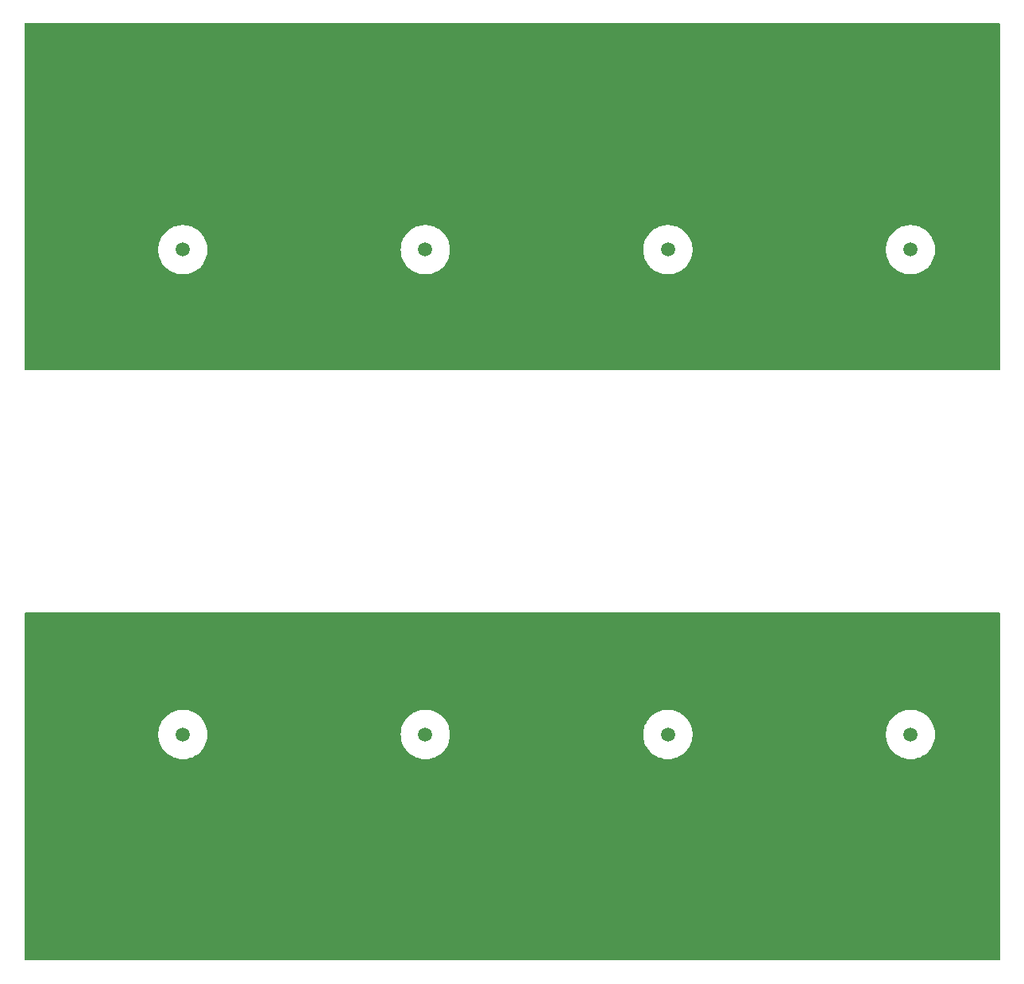
<source format=gbl>
G04 Layer: BottomLayer*
G04 EasyEDA v6.5.48, 2025-04-04 20:19:38*
G04 5d643108938d4fa08da35c650146ece2,1325da5ee82d4c18a3c5ed8750efaddb,10*
G04 Gerber Generator version 0.2*
G04 Scale: 100 percent, Rotated: No, Reflected: No *
G04 Dimensions in millimeters *
G04 leading zeros omitted , absolute positions ,4 integer and 5 decimal *
%FSLAX45Y45*%
%MOMM*%

%ADD10C,1.5000*%

%LPD*%
G36*
X10668Y-3700779D02*
G01*
X6756Y-3700018D01*
X3505Y-3697833D01*
X1270Y-3694531D01*
X508Y-3690620D01*
X508Y-10668D01*
X1270Y-6756D01*
X3505Y-3505D01*
X6756Y-1270D01*
X10668Y-508D01*
X10384891Y-508D01*
X10388803Y-1270D01*
X10392105Y-3505D01*
X10396474Y-7873D01*
X10398709Y-11176D01*
X10399471Y-15087D01*
X10399471Y-3690620D01*
X10398709Y-3694531D01*
X10396474Y-3697833D01*
X10393222Y-3700018D01*
X10389311Y-3700779D01*
G37*

%LPC*%
G36*
X9433153Y-2678074D02*
G01*
X9455454Y-2678074D01*
X9477654Y-2676144D01*
X9499600Y-2672384D01*
X9521190Y-2666796D01*
X9542221Y-2659329D01*
X9562541Y-2650134D01*
X9581997Y-2639263D01*
X9600488Y-2626817D01*
X9617811Y-2612796D01*
X9633915Y-2597353D01*
X9648647Y-2580640D01*
X9661906Y-2562707D01*
X9673590Y-2543708D01*
X9683648Y-2523794D01*
X9691979Y-2503119D01*
X9698482Y-2481783D01*
X9703206Y-2459990D01*
X9706000Y-2437892D01*
X9706965Y-2415590D01*
X9706000Y-2393340D01*
X9703206Y-2371191D01*
X9698482Y-2349398D01*
X9691979Y-2328062D01*
X9683648Y-2307386D01*
X9673590Y-2287473D01*
X9661906Y-2268474D01*
X9648647Y-2250592D01*
X9633915Y-2233828D01*
X9617811Y-2218385D01*
X9600488Y-2204415D01*
X9581997Y-2191918D01*
X9562541Y-2181047D01*
X9542221Y-2171852D01*
X9521190Y-2164435D01*
X9499600Y-2158796D01*
X9477654Y-2155037D01*
X9455454Y-2153158D01*
X9433153Y-2153158D01*
X9410903Y-2155037D01*
X9388957Y-2158796D01*
X9367367Y-2164435D01*
X9346336Y-2171852D01*
X9326016Y-2181047D01*
X9306560Y-2191918D01*
X9288068Y-2204415D01*
X9270746Y-2218385D01*
X9254642Y-2233828D01*
X9239910Y-2250592D01*
X9226651Y-2268474D01*
X9214967Y-2287473D01*
X9204909Y-2307386D01*
X9196578Y-2328062D01*
X9190075Y-2349398D01*
X9185351Y-2371191D01*
X9182557Y-2393340D01*
X9181592Y-2415590D01*
X9182557Y-2437892D01*
X9185351Y-2459990D01*
X9190075Y-2481783D01*
X9196578Y-2503119D01*
X9204909Y-2523794D01*
X9214967Y-2543708D01*
X9226651Y-2562707D01*
X9239910Y-2580640D01*
X9254642Y-2597353D01*
X9270746Y-2612796D01*
X9288068Y-2626817D01*
X9306560Y-2639263D01*
X9326016Y-2650134D01*
X9346336Y-2659329D01*
X9367367Y-2666796D01*
X9388957Y-2672384D01*
X9410903Y-2676144D01*
G37*
G36*
X4262831Y-2678074D02*
G01*
X4285132Y-2678074D01*
X4307382Y-2676144D01*
X4329328Y-2672384D01*
X4350918Y-2666796D01*
X4371949Y-2659329D01*
X4392269Y-2650134D01*
X4411726Y-2639263D01*
X4430217Y-2626817D01*
X4447540Y-2612796D01*
X4463643Y-2597353D01*
X4478375Y-2580640D01*
X4491634Y-2562707D01*
X4503318Y-2543708D01*
X4513376Y-2523794D01*
X4521657Y-2503119D01*
X4528210Y-2481783D01*
X4532884Y-2459990D01*
X4535728Y-2437892D01*
X4536694Y-2415590D01*
X4535728Y-2393340D01*
X4532884Y-2371191D01*
X4528210Y-2349398D01*
X4521657Y-2328062D01*
X4513376Y-2307386D01*
X4503318Y-2287473D01*
X4491634Y-2268474D01*
X4478375Y-2250592D01*
X4463643Y-2233828D01*
X4447540Y-2218385D01*
X4430217Y-2204415D01*
X4411726Y-2191918D01*
X4392269Y-2181047D01*
X4371949Y-2171852D01*
X4350918Y-2164435D01*
X4329328Y-2158796D01*
X4307382Y-2155037D01*
X4285132Y-2153158D01*
X4262831Y-2153158D01*
X4240631Y-2155037D01*
X4218635Y-2158796D01*
X4197045Y-2164435D01*
X4176064Y-2171852D01*
X4155744Y-2181047D01*
X4136237Y-2191918D01*
X4117797Y-2204415D01*
X4100423Y-2218385D01*
X4084320Y-2233828D01*
X4069587Y-2250592D01*
X4056329Y-2268474D01*
X4044645Y-2287473D01*
X4034637Y-2307386D01*
X4026306Y-2328062D01*
X4019753Y-2349398D01*
X4015079Y-2371191D01*
X4012234Y-2393340D01*
X4011320Y-2415590D01*
X4012234Y-2437892D01*
X4015079Y-2459990D01*
X4019753Y-2481783D01*
X4026306Y-2503119D01*
X4034637Y-2523794D01*
X4044645Y-2543708D01*
X4056329Y-2562707D01*
X4069587Y-2580640D01*
X4084320Y-2597353D01*
X4100423Y-2612796D01*
X4117797Y-2626817D01*
X4136237Y-2639263D01*
X4155744Y-2650134D01*
X4176064Y-2659329D01*
X4197045Y-2666796D01*
X4218635Y-2672384D01*
X4240631Y-2676144D01*
G37*
G36*
X6847230Y-2678074D02*
G01*
X6869531Y-2678074D01*
X6891731Y-2676144D01*
X6913727Y-2672384D01*
X6935317Y-2666796D01*
X6956348Y-2659329D01*
X6976668Y-2650134D01*
X6996125Y-2639263D01*
X7014565Y-2626817D01*
X7031939Y-2612796D01*
X7048042Y-2597353D01*
X7062774Y-2580640D01*
X7076033Y-2562707D01*
X7087717Y-2543708D01*
X7097775Y-2523794D01*
X7106056Y-2503119D01*
X7112609Y-2481783D01*
X7117283Y-2459990D01*
X7120128Y-2437892D01*
X7121093Y-2415590D01*
X7120128Y-2393340D01*
X7117283Y-2371191D01*
X7112609Y-2349398D01*
X7106056Y-2328062D01*
X7097775Y-2307386D01*
X7087717Y-2287473D01*
X7076033Y-2268474D01*
X7062774Y-2250592D01*
X7048042Y-2233828D01*
X7031939Y-2218385D01*
X7014565Y-2204415D01*
X6996125Y-2191918D01*
X6976668Y-2181047D01*
X6956348Y-2171852D01*
X6935317Y-2164435D01*
X6913727Y-2158796D01*
X6891731Y-2155037D01*
X6869531Y-2153158D01*
X6847230Y-2153158D01*
X6825030Y-2155037D01*
X6803034Y-2158796D01*
X6781444Y-2164435D01*
X6760464Y-2171852D01*
X6740144Y-2181047D01*
X6720636Y-2191918D01*
X6702196Y-2204415D01*
X6684822Y-2218385D01*
X6668719Y-2233828D01*
X6653987Y-2250592D01*
X6640728Y-2268474D01*
X6629044Y-2287473D01*
X6619036Y-2307386D01*
X6610705Y-2328062D01*
X6604152Y-2349398D01*
X6599478Y-2371191D01*
X6596634Y-2393340D01*
X6595719Y-2415590D01*
X6596634Y-2437892D01*
X6599478Y-2459990D01*
X6604152Y-2481783D01*
X6610705Y-2503119D01*
X6619036Y-2523794D01*
X6629044Y-2543708D01*
X6640728Y-2562707D01*
X6653987Y-2580640D01*
X6668719Y-2597353D01*
X6684822Y-2612796D01*
X6702196Y-2626817D01*
X6720636Y-2639263D01*
X6740144Y-2650134D01*
X6760464Y-2659329D01*
X6781444Y-2666796D01*
X6803034Y-2672384D01*
X6825030Y-2676144D01*
G37*
G36*
X1677822Y-2678074D02*
G01*
X1700123Y-2678074D01*
X1722374Y-2676144D01*
X1744319Y-2672384D01*
X1765909Y-2666796D01*
X1786940Y-2659329D01*
X1807260Y-2650134D01*
X1826717Y-2639263D01*
X1845208Y-2626817D01*
X1862531Y-2612796D01*
X1878634Y-2597353D01*
X1893366Y-2580640D01*
X1906625Y-2562707D01*
X1918309Y-2543708D01*
X1928368Y-2523794D01*
X1936699Y-2503119D01*
X1943201Y-2481783D01*
X1947925Y-2459990D01*
X1950720Y-2437892D01*
X1951685Y-2415590D01*
X1950720Y-2393340D01*
X1947925Y-2371191D01*
X1943201Y-2349398D01*
X1936699Y-2328062D01*
X1928368Y-2307386D01*
X1918309Y-2287473D01*
X1906625Y-2268474D01*
X1893366Y-2250592D01*
X1878634Y-2233828D01*
X1862531Y-2218385D01*
X1845208Y-2204415D01*
X1826717Y-2191918D01*
X1807260Y-2181047D01*
X1786940Y-2171852D01*
X1765909Y-2164435D01*
X1744319Y-2158796D01*
X1722374Y-2155037D01*
X1700123Y-2153158D01*
X1677822Y-2153158D01*
X1655622Y-2155037D01*
X1633677Y-2158796D01*
X1612087Y-2164435D01*
X1591056Y-2171852D01*
X1570736Y-2181047D01*
X1551279Y-2191918D01*
X1532788Y-2204415D01*
X1515465Y-2218385D01*
X1499362Y-2233828D01*
X1484630Y-2250592D01*
X1471371Y-2268474D01*
X1459687Y-2287473D01*
X1449628Y-2307386D01*
X1441297Y-2328062D01*
X1434795Y-2349398D01*
X1430070Y-2371191D01*
X1427276Y-2393340D01*
X1426311Y-2415590D01*
X1427276Y-2437892D01*
X1430070Y-2459990D01*
X1434795Y-2481783D01*
X1441297Y-2503119D01*
X1449628Y-2523794D01*
X1459687Y-2543708D01*
X1471371Y-2562707D01*
X1484630Y-2580640D01*
X1499362Y-2597353D01*
X1515465Y-2612796D01*
X1532788Y-2626817D01*
X1551279Y-2639263D01*
X1570736Y-2650134D01*
X1591056Y-2659329D01*
X1612087Y-2666796D01*
X1633677Y-2672384D01*
X1655622Y-2676144D01*
G37*

%LPD*%
G36*
X10668Y-9994900D02*
G01*
X6756Y-9994138D01*
X3505Y-9991902D01*
X1270Y-9988651D01*
X508Y-9984740D01*
X508Y-6296660D01*
X1270Y-6292748D01*
X3505Y-6289497D01*
X6756Y-6287262D01*
X10668Y-6286500D01*
X10389311Y-6286500D01*
X10393222Y-6287262D01*
X10396474Y-6289497D01*
X10398709Y-6292748D01*
X10399471Y-6296660D01*
X10399471Y-9984740D01*
X10398709Y-9988651D01*
X10396474Y-9991902D01*
X10393222Y-9994138D01*
X10389311Y-9994900D01*
G37*

%LPC*%
G36*
X9433153Y-7846822D02*
G01*
X9455454Y-7846822D01*
X9477654Y-7844942D01*
X9499600Y-7841183D01*
X9521190Y-7835544D01*
X9542221Y-7828127D01*
X9562541Y-7818932D01*
X9581997Y-7808061D01*
X9600488Y-7795564D01*
X9617811Y-7781594D01*
X9633915Y-7766151D01*
X9648647Y-7749387D01*
X9661906Y-7731506D01*
X9673590Y-7712506D01*
X9683648Y-7692593D01*
X9691979Y-7671917D01*
X9698482Y-7650581D01*
X9703206Y-7628788D01*
X9706000Y-7606639D01*
X9706965Y-7584389D01*
X9706000Y-7562088D01*
X9703206Y-7539990D01*
X9698482Y-7518196D01*
X9691979Y-7496860D01*
X9683648Y-7476185D01*
X9673590Y-7456271D01*
X9661906Y-7437272D01*
X9648647Y-7419340D01*
X9633915Y-7402626D01*
X9617811Y-7387183D01*
X9600488Y-7373162D01*
X9581997Y-7360716D01*
X9562541Y-7349845D01*
X9542221Y-7340650D01*
X9521190Y-7333183D01*
X9499600Y-7327595D01*
X9477654Y-7323836D01*
X9455454Y-7321905D01*
X9433153Y-7321905D01*
X9410903Y-7323836D01*
X9388957Y-7327595D01*
X9367367Y-7333183D01*
X9346336Y-7340650D01*
X9326016Y-7349845D01*
X9306560Y-7360716D01*
X9288068Y-7373162D01*
X9270746Y-7387183D01*
X9254642Y-7402626D01*
X9239910Y-7419340D01*
X9226651Y-7437272D01*
X9214967Y-7456271D01*
X9204909Y-7476185D01*
X9196578Y-7496860D01*
X9190075Y-7518196D01*
X9185351Y-7539990D01*
X9182557Y-7562088D01*
X9181592Y-7584389D01*
X9182557Y-7606639D01*
X9185351Y-7628788D01*
X9190075Y-7650581D01*
X9196578Y-7671917D01*
X9204909Y-7692593D01*
X9214967Y-7712506D01*
X9226651Y-7731506D01*
X9239910Y-7749387D01*
X9254642Y-7766151D01*
X9270746Y-7781594D01*
X9288068Y-7795564D01*
X9306560Y-7808061D01*
X9326016Y-7818932D01*
X9346336Y-7828127D01*
X9367367Y-7835544D01*
X9388957Y-7841183D01*
X9410903Y-7844942D01*
G37*
G36*
X4262831Y-7846822D02*
G01*
X4285132Y-7846822D01*
X4307382Y-7844942D01*
X4329328Y-7841183D01*
X4350918Y-7835544D01*
X4371949Y-7828127D01*
X4392269Y-7818932D01*
X4411726Y-7808061D01*
X4430217Y-7795564D01*
X4447540Y-7781594D01*
X4463643Y-7766151D01*
X4478375Y-7749387D01*
X4491634Y-7731506D01*
X4503318Y-7712506D01*
X4513376Y-7692593D01*
X4521657Y-7671917D01*
X4528210Y-7650581D01*
X4532884Y-7628788D01*
X4535728Y-7606639D01*
X4536694Y-7584389D01*
X4535728Y-7562088D01*
X4532884Y-7539990D01*
X4528210Y-7518196D01*
X4521657Y-7496860D01*
X4513376Y-7476185D01*
X4503318Y-7456271D01*
X4491634Y-7437272D01*
X4478375Y-7419340D01*
X4463643Y-7402626D01*
X4447540Y-7387183D01*
X4430217Y-7373162D01*
X4411726Y-7360716D01*
X4392269Y-7349845D01*
X4371949Y-7340650D01*
X4350918Y-7333183D01*
X4329328Y-7327595D01*
X4307382Y-7323836D01*
X4285132Y-7321905D01*
X4262831Y-7321905D01*
X4240631Y-7323836D01*
X4218635Y-7327595D01*
X4197045Y-7333183D01*
X4176064Y-7340650D01*
X4155744Y-7349845D01*
X4136237Y-7360716D01*
X4117797Y-7373162D01*
X4100423Y-7387183D01*
X4084320Y-7402626D01*
X4069587Y-7419340D01*
X4056329Y-7437272D01*
X4044645Y-7456271D01*
X4034637Y-7476185D01*
X4026306Y-7496860D01*
X4019753Y-7518196D01*
X4015079Y-7539990D01*
X4012234Y-7562088D01*
X4011320Y-7584389D01*
X4012234Y-7606639D01*
X4015079Y-7628788D01*
X4019753Y-7650581D01*
X4026306Y-7671917D01*
X4034637Y-7692593D01*
X4044645Y-7712506D01*
X4056329Y-7731506D01*
X4069587Y-7749387D01*
X4084320Y-7766151D01*
X4100423Y-7781594D01*
X4117797Y-7795564D01*
X4136237Y-7808061D01*
X4155744Y-7818932D01*
X4176064Y-7828127D01*
X4197045Y-7835544D01*
X4218635Y-7841183D01*
X4240631Y-7844942D01*
G37*
G36*
X6847230Y-7846822D02*
G01*
X6869531Y-7846822D01*
X6891731Y-7844942D01*
X6913727Y-7841183D01*
X6935317Y-7835544D01*
X6956348Y-7828127D01*
X6976668Y-7818932D01*
X6996125Y-7808061D01*
X7014565Y-7795564D01*
X7031939Y-7781594D01*
X7048042Y-7766151D01*
X7062774Y-7749387D01*
X7076033Y-7731506D01*
X7087717Y-7712506D01*
X7097775Y-7692593D01*
X7106056Y-7671917D01*
X7112609Y-7650581D01*
X7117283Y-7628788D01*
X7120128Y-7606639D01*
X7121093Y-7584389D01*
X7120128Y-7562088D01*
X7117283Y-7539990D01*
X7112609Y-7518196D01*
X7106056Y-7496860D01*
X7097775Y-7476185D01*
X7087717Y-7456271D01*
X7076033Y-7437272D01*
X7062774Y-7419340D01*
X7048042Y-7402626D01*
X7031939Y-7387183D01*
X7014565Y-7373162D01*
X6996125Y-7360716D01*
X6976668Y-7349845D01*
X6956348Y-7340650D01*
X6935317Y-7333183D01*
X6913727Y-7327595D01*
X6891731Y-7323836D01*
X6869531Y-7321905D01*
X6847230Y-7321905D01*
X6825030Y-7323836D01*
X6803034Y-7327595D01*
X6781444Y-7333183D01*
X6760464Y-7340650D01*
X6740144Y-7349845D01*
X6720636Y-7360716D01*
X6702196Y-7373162D01*
X6684822Y-7387183D01*
X6668719Y-7402626D01*
X6653987Y-7419340D01*
X6640728Y-7437272D01*
X6629044Y-7456271D01*
X6619036Y-7476185D01*
X6610705Y-7496860D01*
X6604152Y-7518196D01*
X6599478Y-7539990D01*
X6596634Y-7562088D01*
X6595719Y-7584389D01*
X6596634Y-7606639D01*
X6599478Y-7628788D01*
X6604152Y-7650581D01*
X6610705Y-7671917D01*
X6619036Y-7692593D01*
X6629044Y-7712506D01*
X6640728Y-7731506D01*
X6653987Y-7749387D01*
X6668719Y-7766151D01*
X6684822Y-7781594D01*
X6702196Y-7795564D01*
X6720636Y-7808061D01*
X6740144Y-7818932D01*
X6760464Y-7828127D01*
X6781444Y-7835544D01*
X6803034Y-7841183D01*
X6825030Y-7844942D01*
G37*
G36*
X1677822Y-7846822D02*
G01*
X1700123Y-7846822D01*
X1722374Y-7844942D01*
X1744319Y-7841183D01*
X1765909Y-7835544D01*
X1786940Y-7828127D01*
X1807260Y-7818932D01*
X1826717Y-7808061D01*
X1845208Y-7795564D01*
X1862531Y-7781594D01*
X1878634Y-7766151D01*
X1893366Y-7749387D01*
X1906625Y-7731506D01*
X1918309Y-7712506D01*
X1928368Y-7692593D01*
X1936699Y-7671917D01*
X1943201Y-7650581D01*
X1947925Y-7628788D01*
X1950720Y-7606639D01*
X1951685Y-7584389D01*
X1950720Y-7562088D01*
X1947925Y-7539990D01*
X1943201Y-7518196D01*
X1936699Y-7496860D01*
X1928368Y-7476185D01*
X1918309Y-7456271D01*
X1906625Y-7437272D01*
X1893366Y-7419340D01*
X1878634Y-7402626D01*
X1862531Y-7387183D01*
X1845208Y-7373162D01*
X1826717Y-7360716D01*
X1807260Y-7349845D01*
X1786940Y-7340650D01*
X1765909Y-7333183D01*
X1744319Y-7327595D01*
X1722374Y-7323836D01*
X1700123Y-7321905D01*
X1677822Y-7321905D01*
X1655622Y-7323836D01*
X1633677Y-7327595D01*
X1612087Y-7333183D01*
X1591056Y-7340650D01*
X1570736Y-7349845D01*
X1551279Y-7360716D01*
X1532788Y-7373162D01*
X1515465Y-7387183D01*
X1499362Y-7402626D01*
X1484630Y-7419340D01*
X1471371Y-7437272D01*
X1459687Y-7456271D01*
X1449628Y-7476185D01*
X1441297Y-7496860D01*
X1434795Y-7518196D01*
X1430070Y-7539990D01*
X1427276Y-7562088D01*
X1426311Y-7584389D01*
X1427276Y-7606639D01*
X1430070Y-7628788D01*
X1434795Y-7650581D01*
X1441297Y-7671917D01*
X1449628Y-7692593D01*
X1459687Y-7712506D01*
X1471371Y-7731506D01*
X1484630Y-7749387D01*
X1499362Y-7766151D01*
X1515465Y-7781594D01*
X1532788Y-7795564D01*
X1551279Y-7808061D01*
X1570736Y-7818932D01*
X1591056Y-7828127D01*
X1612087Y-7835544D01*
X1633677Y-7841183D01*
X1655622Y-7844942D01*
G37*

%LPD*%
D10*
G01*
X1688998Y-2415590D03*
G01*
X4273981Y-2415590D03*
G01*
X6858381Y-2415590D03*
G01*
X9444278Y-2415590D03*
G01*
X1688998Y-7584389D03*
G01*
X6858381Y-7584389D03*
G01*
X9444278Y-7584389D03*
G01*
X4273981Y-7584389D03*
M02*

</source>
